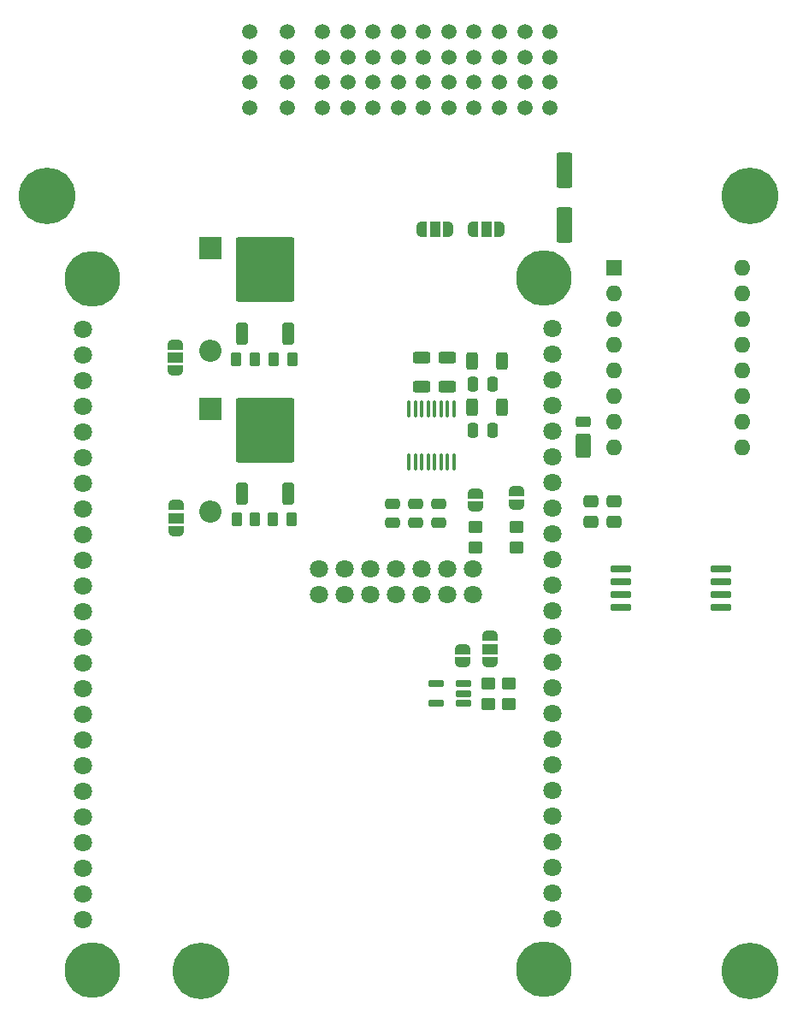
<source format=gbr>
%TF.GenerationSoftware,KiCad,Pcbnew,8.0.5*%
%TF.CreationDate,2024-11-12T15:31:54+01:00*%
%TF.ProjectId,Core4GPZ_rev0-1,436f7265-3447-4505-9a5f-726576302d31,rev?*%
%TF.SameCoordinates,Original*%
%TF.FileFunction,Soldermask,Top*%
%TF.FilePolarity,Negative*%
%FSLAX46Y46*%
G04 Gerber Fmt 4.6, Leading zero omitted, Abs format (unit mm)*
G04 Created by KiCad (PCBNEW 8.0.5) date 2024-11-12 15:31:54*
%MOMM*%
%LPD*%
G01*
G04 APERTURE LIST*
G04 Aperture macros list*
%AMRoundRect*
0 Rectangle with rounded corners*
0 $1 Rounding radius*
0 $2 $3 $4 $5 $6 $7 $8 $9 X,Y pos of 4 corners*
0 Add a 4 corners polygon primitive as box body*
4,1,4,$2,$3,$4,$5,$6,$7,$8,$9,$2,$3,0*
0 Add four circle primitives for the rounded corners*
1,1,$1+$1,$2,$3*
1,1,$1+$1,$4,$5*
1,1,$1+$1,$6,$7*
1,1,$1+$1,$8,$9*
0 Add four rect primitives between the rounded corners*
20,1,$1+$1,$2,$3,$4,$5,0*
20,1,$1+$1,$4,$5,$6,$7,0*
20,1,$1+$1,$6,$7,$8,$9,0*
20,1,$1+$1,$8,$9,$2,$3,0*%
%AMFreePoly0*
4,1,19,0.550000,-0.750000,0.000000,-0.750000,0.000000,-0.744911,-0.071157,-0.744911,-0.207708,-0.704816,-0.327430,-0.627875,-0.420627,-0.520320,-0.479746,-0.390866,-0.500000,-0.250000,-0.500000,0.250000,-0.479746,0.390866,-0.420627,0.520320,-0.327430,0.627875,-0.207708,0.704816,-0.071157,0.744911,0.000000,0.744911,0.000000,0.750000,0.550000,0.750000,0.550000,-0.750000,0.550000,-0.750000,
$1*%
%AMFreePoly1*
4,1,19,0.000000,0.744911,0.071157,0.744911,0.207708,0.704816,0.327430,0.627875,0.420627,0.520320,0.479746,0.390866,0.500000,0.250000,0.500000,-0.250000,0.479746,-0.390866,0.420627,-0.520320,0.327430,-0.627875,0.207708,-0.704816,0.071157,-0.744911,0.000000,-0.744911,0.000000,-0.750000,-0.550000,-0.750000,-0.550000,0.750000,0.000000,0.750000,0.000000,0.744911,0.000000,0.744911,
$1*%
%AMFreePoly2*
4,1,19,0.500000,-0.750000,0.000000,-0.750000,0.000000,-0.744911,-0.071157,-0.744911,-0.207708,-0.704816,-0.327430,-0.627875,-0.420627,-0.520320,-0.479746,-0.390866,-0.500000,-0.250000,-0.500000,0.250000,-0.479746,0.390866,-0.420627,0.520320,-0.327430,0.627875,-0.207708,0.704816,-0.071157,0.744911,0.000000,0.744911,0.000000,0.750000,0.500000,0.750000,0.500000,-0.750000,0.500000,-0.750000,
$1*%
%AMFreePoly3*
4,1,19,0.000000,0.744911,0.071157,0.744911,0.207708,0.704816,0.327430,0.627875,0.420627,0.520320,0.479746,0.390866,0.500000,0.250000,0.500000,-0.250000,0.479746,-0.390866,0.420627,-0.520320,0.327430,-0.627875,0.207708,-0.704816,0.071157,-0.744911,0.000000,-0.744911,0.000000,-0.750000,-0.500000,-0.750000,-0.500000,0.750000,0.000000,0.750000,0.000000,0.744911,0.000000,0.744911,
$1*%
G04 Aperture macros list end*
%ADD10C,1.500000*%
%ADD11R,2.200000X2.200000*%
%ADD12O,2.200000X2.200000*%
%ADD13RoundRect,0.250000X0.312500X0.625000X-0.312500X0.625000X-0.312500X-0.625000X0.312500X-0.625000X0*%
%ADD14RoundRect,0.250000X0.262500X0.450000X-0.262500X0.450000X-0.262500X-0.450000X0.262500X-0.450000X0*%
%ADD15RoundRect,0.250000X-0.500000X0.950000X-0.500000X-0.950000X0.500000X-0.950000X0.500000X0.950000X0*%
%ADD16RoundRect,0.250000X-0.500000X0.275000X-0.500000X-0.275000X0.500000X-0.275000X0.500000X0.275000X0*%
%ADD17RoundRect,0.250000X-0.625000X0.312500X-0.625000X-0.312500X0.625000X-0.312500X0.625000X0.312500X0*%
%ADD18RoundRect,0.250000X-0.450000X0.350000X-0.450000X-0.350000X0.450000X-0.350000X0.450000X0.350000X0*%
%ADD19FreePoly0,270.000000*%
%ADD20R,1.500000X1.000000*%
%ADD21FreePoly1,270.000000*%
%ADD22RoundRect,0.250000X-0.475000X0.250000X-0.475000X-0.250000X0.475000X-0.250000X0.475000X0.250000X0*%
%ADD23RoundRect,0.250000X-0.550000X1.500000X-0.550000X-1.500000X0.550000X-1.500000X0.550000X1.500000X0*%
%ADD24RoundRect,0.250000X0.475000X-0.337500X0.475000X0.337500X-0.475000X0.337500X-0.475000X-0.337500X0*%
%ADD25FreePoly2,270.000000*%
%ADD26FreePoly3,270.000000*%
%ADD27RoundRect,0.250000X0.350000X-0.850000X0.350000X0.850000X-0.350000X0.850000X-0.350000X-0.850000X0*%
%ADD28RoundRect,0.249997X2.650003X-2.950003X2.650003X2.950003X-2.650003X2.950003X-2.650003X-2.950003X0*%
%ADD29FreePoly2,90.000000*%
%ADD30FreePoly3,90.000000*%
%ADD31C,5.600000*%
%ADD32C,1.800000*%
%ADD33C,5.500000*%
%ADD34RoundRect,0.250000X-0.250000X-0.475000X0.250000X-0.475000X0.250000X0.475000X-0.250000X0.475000X0*%
%ADD35FreePoly1,0.000000*%
%ADD36R,1.000000X1.500000*%
%ADD37FreePoly0,0.000000*%
%ADD38FreePoly0,90.000000*%
%ADD39FreePoly1,90.000000*%
%ADD40RoundRect,0.162500X0.617500X0.162500X-0.617500X0.162500X-0.617500X-0.162500X0.617500X-0.162500X0*%
%ADD41RoundRect,0.250000X0.250000X0.475000X-0.250000X0.475000X-0.250000X-0.475000X0.250000X-0.475000X0*%
%ADD42RoundRect,0.250000X0.450000X-0.350000X0.450000X0.350000X-0.450000X0.350000X-0.450000X-0.350000X0*%
%ADD43RoundRect,0.187500X-0.812500X-0.187500X0.812500X-0.187500X0.812500X0.187500X-0.812500X0.187500X0*%
%ADD44R,1.600000X1.600000*%
%ADD45O,1.600000X1.600000*%
%ADD46RoundRect,0.250000X-0.262500X-0.450000X0.262500X-0.450000X0.262500X0.450000X-0.262500X0.450000X0*%
%ADD47RoundRect,0.100000X0.100000X-0.712500X0.100000X0.712500X-0.100000X0.712500X-0.100000X-0.712500X0*%
G04 APERTURE END LIST*
D10*
%TO.C,U1*%
X131813000Y-53855000D03*
X129313000Y-53855000D03*
X126813000Y-53855000D03*
X124313000Y-53855000D03*
X121813000Y-53855000D03*
X119313000Y-53855000D03*
X116813000Y-53855000D03*
X114313000Y-53855000D03*
X111813000Y-53855000D03*
X109313000Y-53855000D03*
X131813000Y-51355000D03*
X129313000Y-51355000D03*
X126813000Y-51355000D03*
X124313000Y-51355000D03*
X121813000Y-51355000D03*
X119313000Y-51355000D03*
X116813000Y-51355000D03*
X114313000Y-51355000D03*
X111813000Y-51355000D03*
X109313000Y-51355000D03*
X131813000Y-48855000D03*
X129313000Y-48855000D03*
X126813000Y-48855000D03*
X124313000Y-48855000D03*
X121813000Y-48855000D03*
X119313000Y-48855000D03*
X116813000Y-48855000D03*
X114313000Y-48855000D03*
X111813000Y-48855000D03*
X109313000Y-48855000D03*
X131813000Y-46355000D03*
X129313000Y-46355000D03*
X126813000Y-46355000D03*
X124313000Y-46355000D03*
X121813000Y-46355000D03*
X119313000Y-46355000D03*
X116813000Y-46355000D03*
X114313000Y-46355000D03*
X111813000Y-46355000D03*
X109313000Y-46355000D03*
X105813000Y-53855000D03*
X102113000Y-53855000D03*
X105813000Y-51355000D03*
X102113000Y-51355000D03*
X105813000Y-48855000D03*
X102113000Y-48855000D03*
X105813000Y-46355000D03*
X102113000Y-46355000D03*
%TD*%
D11*
%TO.C,D5*%
X98176000Y-67759000D03*
D12*
X98176000Y-77919000D03*
%TD*%
D13*
%TO.C,R7*%
X127057750Y-78939000D03*
X124132750Y-78939000D03*
%TD*%
D14*
%TO.C,R3*%
X106318500Y-78734000D03*
X104493500Y-78734000D03*
%TD*%
D15*
%TO.C,D4*%
X135133000Y-87338000D03*
D16*
X135133000Y-84963000D03*
%TD*%
D17*
%TO.C,R8*%
X119131000Y-78554000D03*
X119131000Y-81479000D03*
%TD*%
D18*
%TO.C,R14*%
X128529000Y-95377000D03*
X128529000Y-97377000D03*
%TD*%
D19*
%TO.C,JP1*%
X94747000Y-77284000D03*
D20*
X94747000Y-78584000D03*
D21*
X94747000Y-79884000D03*
%TD*%
D17*
%TO.C,R9*%
X121671000Y-78554000D03*
X121671000Y-81479000D03*
%TD*%
D22*
%TO.C,C9*%
X116210000Y-93030000D03*
X116210000Y-94930000D03*
%TD*%
D23*
%TO.C,C1*%
X133228000Y-60071000D03*
X133228000Y-65471000D03*
%TD*%
D24*
%TO.C,C3*%
X135895000Y-94869000D03*
X135895000Y-92794000D03*
%TD*%
D25*
%TO.C,JP7*%
X124465000Y-92045000D03*
D26*
X124465000Y-93345000D03*
%TD*%
D25*
%TO.C,JP8*%
X128529000Y-91821000D03*
D26*
X128529000Y-93121000D03*
%TD*%
D27*
%TO.C,Q2*%
X101351000Y-92075000D03*
D28*
X103631000Y-85775000D03*
D27*
X105911000Y-92075000D03*
%TD*%
D29*
%TO.C,JP6*%
X123195000Y-108712000D03*
D30*
X123195000Y-107412000D03*
%TD*%
D31*
%TO.C,M3*%
X82047000Y-62611000D03*
%TD*%
D32*
%TO.C,U2*%
X85546000Y-75759000D03*
X85546000Y-78299000D03*
X85546000Y-80839000D03*
X85546000Y-83379000D03*
X85546000Y-85919000D03*
X85546000Y-88459000D03*
X85546000Y-90999000D03*
X85546000Y-93539000D03*
X85546000Y-96079000D03*
X85546000Y-98619000D03*
X85546000Y-101159000D03*
X85546000Y-103699000D03*
X85546000Y-106239000D03*
X85546000Y-108779000D03*
X85546000Y-111319000D03*
X85546000Y-113859000D03*
X85546000Y-116399000D03*
X85546000Y-118939000D03*
X85546000Y-121479000D03*
X85546000Y-124019000D03*
X85546000Y-126559000D03*
X85546000Y-129099000D03*
X85546000Y-131639000D03*
X85546000Y-134179000D03*
X132076000Y-75699000D03*
X132076000Y-78239000D03*
X132076000Y-80779000D03*
X132076000Y-83319000D03*
X132076000Y-85859000D03*
X132076000Y-88399000D03*
X132076000Y-90939000D03*
X132076000Y-93479000D03*
X132076000Y-96019000D03*
X132076000Y-98559000D03*
X132076000Y-101099000D03*
X132076000Y-103639000D03*
X132076000Y-106179000D03*
X132076000Y-108719000D03*
X132076000Y-111259000D03*
X132076000Y-113799000D03*
X132076000Y-116339000D03*
X132076000Y-118879000D03*
X132076000Y-121419000D03*
X132076000Y-123959000D03*
X132076000Y-126499000D03*
X132076000Y-129039000D03*
X132076000Y-131579000D03*
X132076000Y-134119000D03*
X108966000Y-99509000D03*
X108966000Y-102049000D03*
X111506000Y-99509000D03*
X111506000Y-102049000D03*
X114046000Y-99509000D03*
X114046000Y-102049000D03*
X116586000Y-99509000D03*
X116586000Y-102049000D03*
X119126000Y-99509000D03*
X119126000Y-102049000D03*
X121666000Y-99509000D03*
X121666000Y-102049000D03*
X124206000Y-99509000D03*
X124206000Y-102049000D03*
D33*
X86546000Y-70759000D03*
X131196000Y-70739000D03*
X131196000Y-139149000D03*
X86546000Y-139159000D03*
%TD*%
D18*
%TO.C,R11*%
X125735000Y-110871000D03*
X125735000Y-112871000D03*
%TD*%
D22*
%TO.C,C8*%
X118496000Y-93030000D03*
X118496000Y-94930000D03*
%TD*%
D27*
%TO.C,Q1*%
X101318500Y-76194000D03*
D28*
X103598500Y-69894000D03*
D27*
X105878500Y-76194000D03*
%TD*%
D13*
%TO.C,R10*%
X127057750Y-83511000D03*
X124132750Y-83511000D03*
%TD*%
D34*
%TO.C,C7*%
X124196250Y-85797000D03*
X126096250Y-85797000D03*
%TD*%
D24*
%TO.C,C2*%
X138181000Y-94869000D03*
X138181000Y-92794000D03*
%TD*%
D22*
%TO.C,C6*%
X120782000Y-93030000D03*
X120782000Y-94930000D03*
%TD*%
D31*
%TO.C,M3*%
X97287000Y-139319000D03*
%TD*%
D35*
%TO.C,JP3*%
X121731000Y-65854000D03*
D36*
X120431000Y-65854000D03*
D37*
X119131000Y-65854000D03*
%TD*%
D38*
%TO.C,JP5*%
X125862000Y-108712000D03*
D20*
X125862000Y-107412000D03*
D39*
X125862000Y-106112000D03*
%TD*%
D31*
%TO.C,M3*%
X151643000Y-62611000D03*
%TD*%
D40*
%TO.C,U4*%
X123228000Y-112776000D03*
X123228000Y-111826000D03*
X123228000Y-110876000D03*
X120528000Y-110876000D03*
X120528000Y-112776000D03*
%TD*%
D37*
%TO.C,JP4*%
X124211000Y-65854000D03*
D36*
X125511000Y-65854000D03*
D35*
X126811000Y-65854000D03*
%TD*%
D41*
%TO.C,C5*%
X126096250Y-81225000D03*
X124196250Y-81225000D03*
%TD*%
D19*
%TO.C,JP2*%
X94826000Y-93159000D03*
D20*
X94826000Y-94459000D03*
D21*
X94826000Y-95759000D03*
%TD*%
D42*
%TO.C,R12*%
X127767000Y-112871000D03*
X127767000Y-110871000D03*
%TD*%
D43*
%TO.C,U3*%
X138816000Y-99509000D03*
X138816000Y-100779000D03*
X138816000Y-102049000D03*
X138816000Y-103319000D03*
X148722000Y-103319000D03*
X148722000Y-102049000D03*
X148722000Y-100779000D03*
X148722000Y-99509000D03*
%TD*%
D44*
%TO.C,A1*%
X138181000Y-69723000D03*
D45*
X138181000Y-72263000D03*
X138181000Y-74803000D03*
X138181000Y-77343000D03*
X138181000Y-79883000D03*
X138181000Y-82423000D03*
X138181000Y-84963000D03*
X138181000Y-87503000D03*
X150881000Y-87503000D03*
X150881000Y-84963000D03*
X150881000Y-82423000D03*
X150881000Y-79883000D03*
X150881000Y-77343000D03*
X150881000Y-74803000D03*
X150881000Y-72263000D03*
X150881000Y-69723000D03*
%TD*%
D11*
%TO.C,D6*%
X98176000Y-83634000D03*
D12*
X98176000Y-93794000D03*
%TD*%
D18*
%TO.C,R13*%
X124465000Y-95377000D03*
X124465000Y-97377000D03*
%TD*%
D46*
%TO.C,R4*%
X100763500Y-78734000D03*
X102588500Y-78734000D03*
%TD*%
%TO.C,R6*%
X100796000Y-94609000D03*
X102621000Y-94609000D03*
%TD*%
D47*
%TO.C,IC1*%
X117861000Y-88942500D03*
X118496000Y-88942500D03*
X119131000Y-88942500D03*
X119766000Y-88942500D03*
X120401000Y-88942500D03*
X121036000Y-88942500D03*
X121671000Y-88942500D03*
X122306000Y-88942500D03*
X122306000Y-83667500D03*
X121671000Y-83667500D03*
X121036000Y-83667500D03*
X120401000Y-83667500D03*
X119766000Y-83667500D03*
X119131000Y-83667500D03*
X118496000Y-83667500D03*
X117861000Y-83667500D03*
%TD*%
D31*
%TO.C,M3*%
X151643000Y-139319000D03*
%TD*%
D14*
%TO.C,R5*%
X106231000Y-94609000D03*
X104406000Y-94609000D03*
%TD*%
M02*

</source>
